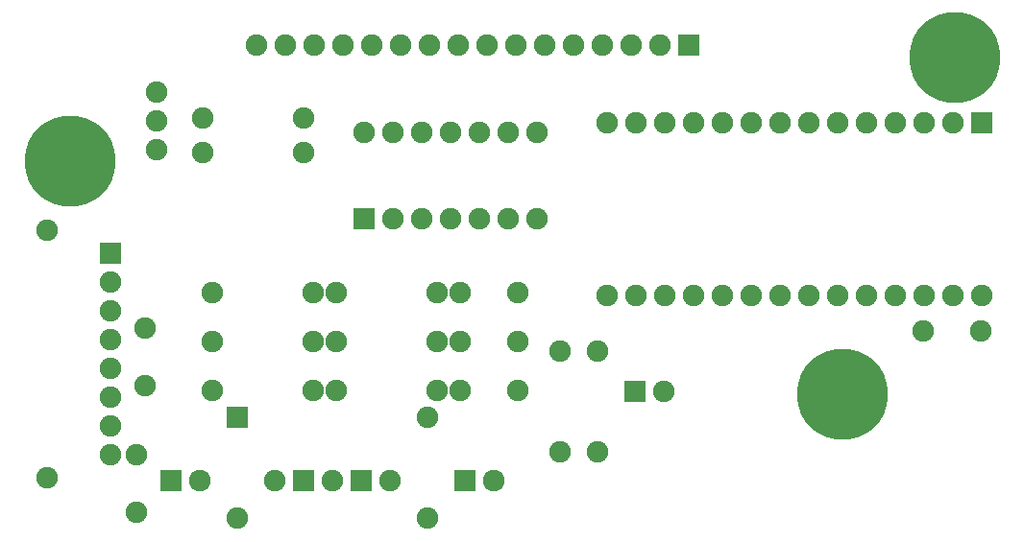
<source format=gbs>
G04 #@! TF.FileFunction,Soldermask,Bot*
%FSLAX46Y46*%
G04 Gerber Fmt 4.6, Leading zero omitted, Abs format (unit mm)*
G04 Created by KiCad (PCBNEW 4.0.7) date Thursday, 29 March 2018 'PMt' 03:09:51 PM*
%MOMM*%
%LPD*%
G01*
G04 APERTURE LIST*
%ADD10C,0.100000*%
%ADD11C,1.900000*%
%ADD12R,1.900000X1.900000*%
%ADD13C,8.000000*%
%ADD14C,1.924000*%
%ADD15R,1.924000X1.900000*%
G04 APERTURE END LIST*
D10*
D11*
X173101000Y-104521000D03*
X178181000Y-104521000D03*
X173101000Y-100203000D03*
X178181000Y-100203000D03*
X173101000Y-95885000D03*
X178181000Y-95885000D03*
X218948000Y-99314000D03*
X213868000Y-99314000D03*
X145288000Y-99060000D03*
X145288000Y-104140000D03*
X144526000Y-110236000D03*
X144526000Y-115316000D03*
D12*
X153416000Y-106934000D03*
D11*
X153416000Y-115824000D03*
X146304000Y-83312000D03*
X146304000Y-80772000D03*
X146304000Y-78232000D03*
X151257000Y-104521000D03*
X160147000Y-104521000D03*
X162179000Y-104521000D03*
X171069000Y-104521000D03*
X151257000Y-100203000D03*
X160147000Y-100203000D03*
X162179000Y-100203000D03*
X171069000Y-100203000D03*
X151257000Y-95885000D03*
X160147000Y-95885000D03*
X162179000Y-95885000D03*
X171069000Y-95885000D03*
X150368000Y-80518000D03*
X159258000Y-80518000D03*
X150368000Y-83566000D03*
X159258000Y-83566000D03*
X185166000Y-109982000D03*
X185166000Y-101092000D03*
X181864000Y-101092000D03*
X181864000Y-109982000D03*
X170180000Y-106934000D03*
X170180000Y-115824000D03*
D12*
X164592000Y-89408000D03*
D11*
X167132000Y-89408000D03*
X169672000Y-89408000D03*
X172212000Y-89408000D03*
X174752000Y-89408000D03*
X177292000Y-89408000D03*
X179832000Y-89408000D03*
X179832000Y-81788000D03*
X177292000Y-81788000D03*
X174752000Y-81788000D03*
X172212000Y-81788000D03*
X169672000Y-81788000D03*
X167132000Y-81788000D03*
X164592000Y-81788000D03*
D12*
X193205100Y-74015600D03*
D11*
X190665100Y-74015600D03*
X188125100Y-74015600D03*
X185585100Y-74015600D03*
X183045100Y-74015600D03*
X180505100Y-74015600D03*
X177965100Y-74015600D03*
X175425100Y-74015600D03*
X172885100Y-74015600D03*
X170345100Y-74015600D03*
X167805100Y-74015600D03*
X165265100Y-74015600D03*
X162725100Y-74015600D03*
X160185100Y-74015600D03*
X157645100Y-74015600D03*
X155105100Y-74015600D03*
X142240000Y-110236000D03*
X142240000Y-107696000D03*
X142240000Y-105156000D03*
X142240000Y-102616000D03*
X142240000Y-100076000D03*
X142240000Y-97536000D03*
X142240000Y-94996000D03*
D12*
X142240000Y-92456000D03*
D13*
X216662000Y-75184000D03*
X138684000Y-84328000D03*
X206756000Y-104902000D03*
D12*
X188468000Y-104648000D03*
D11*
X191008000Y-104648000D03*
D12*
X219075000Y-80899000D03*
D11*
X216535000Y-80899000D03*
X213995000Y-80899000D03*
X211455000Y-80899000D03*
X208915000Y-80899000D03*
X206375000Y-80899000D03*
X203835000Y-80899000D03*
X201295000Y-80899000D03*
X198755000Y-80899000D03*
X196215000Y-80899000D03*
X193675000Y-80899000D03*
X191135000Y-80899000D03*
X188595000Y-80899000D03*
X186055000Y-80899000D03*
X186055000Y-96139000D03*
X188595000Y-96139000D03*
X191135000Y-96139000D03*
X193675000Y-96139000D03*
X196215000Y-96139000D03*
X198755000Y-96139000D03*
X201295000Y-96139000D03*
X203835000Y-96139000D03*
X206375000Y-96139000D03*
X208915000Y-96139000D03*
X211455000Y-96139000D03*
X213995000Y-96139000D03*
X216535000Y-96139000D03*
X219075000Y-96139000D03*
X136652000Y-112268000D03*
X136652000Y-90424000D03*
D12*
X147574000Y-112522000D03*
D14*
X150114000Y-112522000D03*
D12*
X173482000Y-112522000D03*
D14*
X176022000Y-112522000D03*
D11*
X156718000Y-112522000D03*
D15*
X159258000Y-112522000D03*
D11*
X166878000Y-112522000D03*
D15*
X164338000Y-112522000D03*
D11*
X161798000Y-112522000D03*
M02*

</source>
